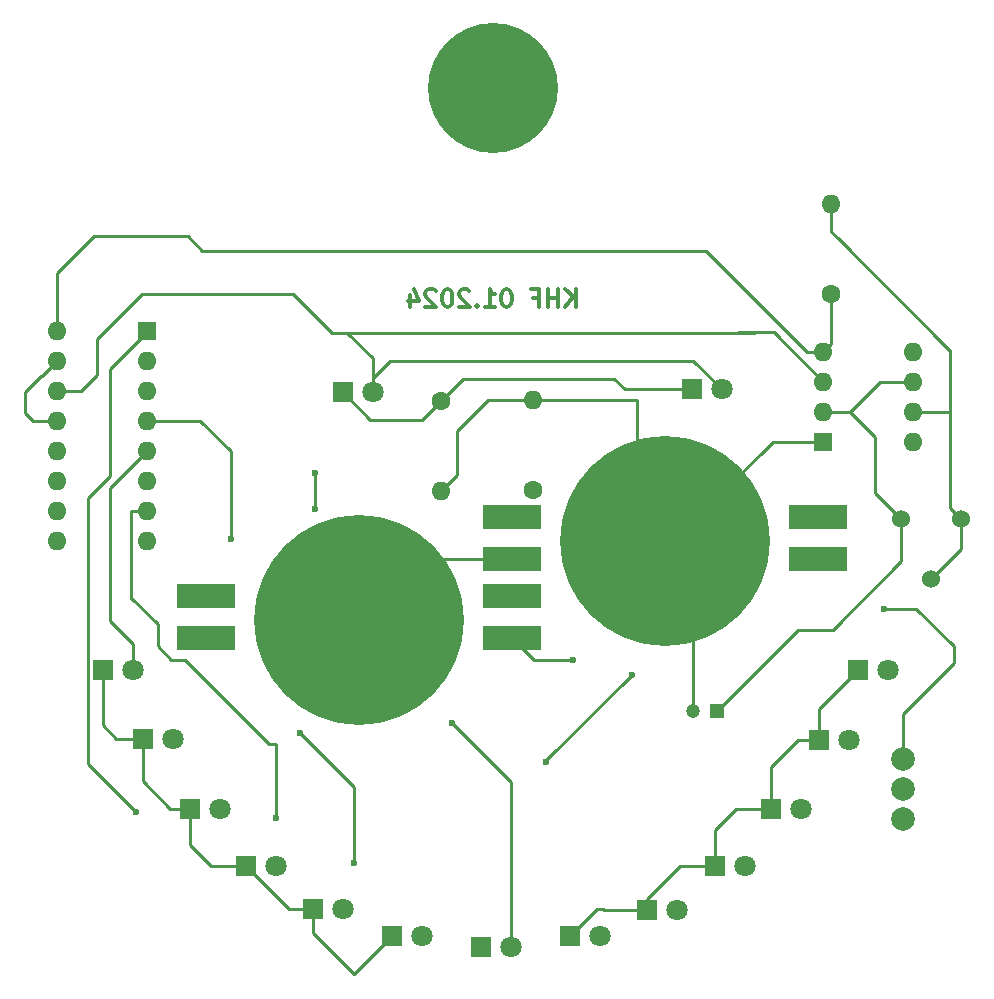
<source format=gbr>
%TF.GenerationSoftware,KiCad,Pcbnew,8.0.1*%
%TF.CreationDate,2024-04-02T10:37:18+02:00*%
%TF.ProjectId,Smiley,536d696c-6579-42e6-9b69-6361645f7063,rev?*%
%TF.SameCoordinates,Original*%
%TF.FileFunction,Copper,L2,Bot*%
%TF.FilePolarity,Positive*%
%FSLAX46Y46*%
G04 Gerber Fmt 4.6, Leading zero omitted, Abs format (unit mm)*
G04 Created by KiCad (PCBNEW 8.0.1) date 2024-04-02 10:37:18*
%MOMM*%
%LPD*%
G01*
G04 APERTURE LIST*
%ADD10C,0.300000*%
%TA.AperFunction,NonConductor*%
%ADD11C,0.300000*%
%TD*%
%TA.AperFunction,ComponentPad*%
%ADD12R,1.800000X1.800000*%
%TD*%
%TA.AperFunction,ComponentPad*%
%ADD13C,1.800000*%
%TD*%
%TA.AperFunction,ComponentPad*%
%ADD14R,1.200000X1.200000*%
%TD*%
%TA.AperFunction,ComponentPad*%
%ADD15C,1.200000*%
%TD*%
%TA.AperFunction,ComponentPad*%
%ADD16C,1.600000*%
%TD*%
%TA.AperFunction,ComponentPad*%
%ADD17O,1.600000X1.600000*%
%TD*%
%TA.AperFunction,ComponentPad*%
%ADD18C,2.000000*%
%TD*%
%TA.AperFunction,ComponentPad*%
%ADD19R,1.600000X1.600000*%
%TD*%
%TA.AperFunction,SMDPad,CuDef*%
%ADD20C,11.000000*%
%TD*%
%TA.AperFunction,ComponentPad*%
%ADD21C,1.524000*%
%TD*%
%TA.AperFunction,SMDPad,CuDef*%
%ADD22R,5.000000X2.000000*%
%TD*%
%TA.AperFunction,SMDPad,CuDef*%
%ADD23C,17.780000*%
%TD*%
%TA.AperFunction,ViaPad*%
%ADD24C,0.600000*%
%TD*%
%TA.AperFunction,Conductor*%
%ADD25C,0.250000*%
%TD*%
G04 APERTURE END LIST*
D10*
D11*
X164865489Y-67916828D02*
X164865489Y-66416828D01*
X164008346Y-67916828D02*
X164651203Y-67059685D01*
X164008346Y-66416828D02*
X164865489Y-67273971D01*
X163365489Y-67916828D02*
X163365489Y-66416828D01*
X163365489Y-67131114D02*
X162508346Y-67131114D01*
X162508346Y-67916828D02*
X162508346Y-66416828D01*
X161294060Y-67131114D02*
X161794060Y-67131114D01*
X161794060Y-67916828D02*
X161794060Y-66416828D01*
X161794060Y-66416828D02*
X161079774Y-66416828D01*
X159079774Y-66416828D02*
X158936917Y-66416828D01*
X158936917Y-66416828D02*
X158794060Y-66488257D01*
X158794060Y-66488257D02*
X158722632Y-66559685D01*
X158722632Y-66559685D02*
X158651203Y-66702542D01*
X158651203Y-66702542D02*
X158579774Y-66988257D01*
X158579774Y-66988257D02*
X158579774Y-67345400D01*
X158579774Y-67345400D02*
X158651203Y-67631114D01*
X158651203Y-67631114D02*
X158722632Y-67773971D01*
X158722632Y-67773971D02*
X158794060Y-67845400D01*
X158794060Y-67845400D02*
X158936917Y-67916828D01*
X158936917Y-67916828D02*
X159079774Y-67916828D01*
X159079774Y-67916828D02*
X159222632Y-67845400D01*
X159222632Y-67845400D02*
X159294060Y-67773971D01*
X159294060Y-67773971D02*
X159365489Y-67631114D01*
X159365489Y-67631114D02*
X159436917Y-67345400D01*
X159436917Y-67345400D02*
X159436917Y-66988257D01*
X159436917Y-66988257D02*
X159365489Y-66702542D01*
X159365489Y-66702542D02*
X159294060Y-66559685D01*
X159294060Y-66559685D02*
X159222632Y-66488257D01*
X159222632Y-66488257D02*
X159079774Y-66416828D01*
X157151203Y-67916828D02*
X158008346Y-67916828D01*
X157579775Y-67916828D02*
X157579775Y-66416828D01*
X157579775Y-66416828D02*
X157722632Y-66631114D01*
X157722632Y-66631114D02*
X157865489Y-66773971D01*
X157865489Y-66773971D02*
X158008346Y-66845400D01*
X156508347Y-67773971D02*
X156436918Y-67845400D01*
X156436918Y-67845400D02*
X156508347Y-67916828D01*
X156508347Y-67916828D02*
X156579775Y-67845400D01*
X156579775Y-67845400D02*
X156508347Y-67773971D01*
X156508347Y-67773971D02*
X156508347Y-67916828D01*
X155865489Y-66559685D02*
X155794061Y-66488257D01*
X155794061Y-66488257D02*
X155651204Y-66416828D01*
X155651204Y-66416828D02*
X155294061Y-66416828D01*
X155294061Y-66416828D02*
X155151204Y-66488257D01*
X155151204Y-66488257D02*
X155079775Y-66559685D01*
X155079775Y-66559685D02*
X155008346Y-66702542D01*
X155008346Y-66702542D02*
X155008346Y-66845400D01*
X155008346Y-66845400D02*
X155079775Y-67059685D01*
X155079775Y-67059685D02*
X155936918Y-67916828D01*
X155936918Y-67916828D02*
X155008346Y-67916828D01*
X154079775Y-66416828D02*
X153936918Y-66416828D01*
X153936918Y-66416828D02*
X153794061Y-66488257D01*
X153794061Y-66488257D02*
X153722633Y-66559685D01*
X153722633Y-66559685D02*
X153651204Y-66702542D01*
X153651204Y-66702542D02*
X153579775Y-66988257D01*
X153579775Y-66988257D02*
X153579775Y-67345400D01*
X153579775Y-67345400D02*
X153651204Y-67631114D01*
X153651204Y-67631114D02*
X153722633Y-67773971D01*
X153722633Y-67773971D02*
X153794061Y-67845400D01*
X153794061Y-67845400D02*
X153936918Y-67916828D01*
X153936918Y-67916828D02*
X154079775Y-67916828D01*
X154079775Y-67916828D02*
X154222633Y-67845400D01*
X154222633Y-67845400D02*
X154294061Y-67773971D01*
X154294061Y-67773971D02*
X154365490Y-67631114D01*
X154365490Y-67631114D02*
X154436918Y-67345400D01*
X154436918Y-67345400D02*
X154436918Y-66988257D01*
X154436918Y-66988257D02*
X154365490Y-66702542D01*
X154365490Y-66702542D02*
X154294061Y-66559685D01*
X154294061Y-66559685D02*
X154222633Y-66488257D01*
X154222633Y-66488257D02*
X154079775Y-66416828D01*
X153008347Y-66559685D02*
X152936919Y-66488257D01*
X152936919Y-66488257D02*
X152794062Y-66416828D01*
X152794062Y-66416828D02*
X152436919Y-66416828D01*
X152436919Y-66416828D02*
X152294062Y-66488257D01*
X152294062Y-66488257D02*
X152222633Y-66559685D01*
X152222633Y-66559685D02*
X152151204Y-66702542D01*
X152151204Y-66702542D02*
X152151204Y-66845400D01*
X152151204Y-66845400D02*
X152222633Y-67059685D01*
X152222633Y-67059685D02*
X153079776Y-67916828D01*
X153079776Y-67916828D02*
X152151204Y-67916828D01*
X150865491Y-66916828D02*
X150865491Y-67916828D01*
X151222633Y-66345400D02*
X151579776Y-67416828D01*
X151579776Y-67416828D02*
X150651205Y-67416828D01*
D12*
%TO.P,D1,1*%
%TO.N,Net-(D2-Pad1)*%
X156858600Y-122139100D03*
D13*
%TO.P,D1,2*%
%TO.N,Net-(D1-Pad2)*%
X159398600Y-122139100D03*
%TD*%
D12*
%TO.P,D2,1*%
%TO.N,Net-(D2-Pad1)*%
X164348600Y-121189100D03*
D13*
%TO.P,D2,2*%
%TO.N,Net-(D2-Pad2)*%
X166888600Y-121189100D03*
%TD*%
D12*
%TO.P,D3,1*%
%TO.N,Net-(D2-Pad1)*%
X170938600Y-118929100D03*
D13*
%TO.P,D3,2*%
%TO.N,Net-(D3-Pad2)*%
X173478600Y-118929100D03*
%TD*%
D12*
%TO.P,D4,1*%
%TO.N,Net-(D2-Pad1)*%
X176668600Y-115279100D03*
D13*
%TO.P,D4,2*%
%TO.N,Net-(D4-Pad2)*%
X179208600Y-115279100D03*
%TD*%
D12*
%TO.P,D5,1*%
%TO.N,Net-(D2-Pad1)*%
X181448600Y-110399100D03*
D13*
%TO.P,D5,2*%
%TO.N,Net-(D5-Pad2)*%
X183988600Y-110399100D03*
%TD*%
D12*
%TO.P,D6,1*%
%TO.N,Net-(D2-Pad1)*%
X185476600Y-104592100D03*
D13*
%TO.P,D6,2*%
%TO.N,Net-(D6-Pad2)*%
X188016600Y-104592100D03*
%TD*%
D12*
%TO.P,D7,1*%
%TO.N,Net-(D2-Pad1)*%
X188758600Y-98623100D03*
D13*
%TO.P,D7,2*%
%TO.N,Net-(D7-Pad2)*%
X191298600Y-98623100D03*
%TD*%
D12*
%TO.P,D8,1*%
%TO.N,Net-(D8-Pad1)*%
X174681600Y-74874100D03*
D13*
%TO.P,D8,2*%
%TO.N,Net-(U2-Pad3)*%
X177221600Y-74874100D03*
%TD*%
D12*
%TO.P,D22,1*%
%TO.N,Net-(D2-Pad1)*%
X149278600Y-121189100D03*
D13*
%TO.P,D22,2*%
%TO.N,Net-(D2-Pad2)*%
X151818600Y-121189100D03*
%TD*%
D12*
%TO.P,D33,1*%
%TO.N,Net-(D2-Pad1)*%
X142638600Y-118889100D03*
D13*
%TO.P,D33,2*%
%TO.N,Net-(D3-Pad2)*%
X145178600Y-118889100D03*
%TD*%
D12*
%TO.P,D44,1*%
%TO.N,Net-(D2-Pad1)*%
X136948600Y-115229100D03*
D13*
%TO.P,D44,2*%
%TO.N,Net-(D4-Pad2)*%
X139488600Y-115229100D03*
%TD*%
D12*
%TO.P,D55,1*%
%TO.N,Net-(D2-Pad1)*%
X132258600Y-110399100D03*
D13*
%TO.P,D55,2*%
%TO.N,Net-(D5-Pad2)*%
X134798600Y-110399100D03*
%TD*%
D12*
%TO.P,D66,1*%
%TO.N,Net-(D2-Pad1)*%
X128198600Y-104489100D03*
D13*
%TO.P,D66,2*%
%TO.N,Net-(D6-Pad2)*%
X130738600Y-104489100D03*
%TD*%
D12*
%TO.P,D77,1*%
%TO.N,Net-(D2-Pad1)*%
X124808600Y-98669100D03*
D13*
%TO.P,D77,2*%
%TO.N,Net-(D7-Pad2)*%
X127348600Y-98669100D03*
%TD*%
D12*
%TO.P,D88,1*%
%TO.N,Net-(D8-Pad1)*%
X145148600Y-75139100D03*
D13*
%TO.P,D88,2*%
%TO.N,Net-(U2-Pad3)*%
X147688600Y-75139100D03*
%TD*%
D14*
%TO.P,C1,1*%
%TO.N,Net-(C1-Pad1)*%
X176820000Y-102110000D03*
D15*
%TO.P,C1,2*%
%TO.N,Net-(C1-Pad2)*%
X174820000Y-102110000D03*
%TD*%
D16*
%TO.P,R1,1*%
%TO.N,Net-(C3-Pad1)*%
X186486800Y-66776600D03*
D17*
%TO.P,R1,2*%
%TO.N,Net-(P1-Pad1)*%
X186486800Y-59156600D03*
%TD*%
D16*
%TO.P,Ra,1*%
%TO.N,Net-(D8-Pad1)*%
X153508600Y-75859100D03*
D17*
%TO.P,Ra,2*%
%TO.N,Net-(C1-Pad2)*%
X153508600Y-83479100D03*
%TD*%
D16*
%TO.P,Rm,1*%
%TO.N,Net-(D2-Pad1)*%
X161219600Y-83446600D03*
D17*
%TO.P,Rm,2*%
%TO.N,Net-(C1-Pad2)*%
X161219600Y-75826600D03*
%TD*%
D18*
%TO.P,S1,1*%
%TO.N,Net-(S1-Pad1)*%
X192588600Y-111299100D03*
%TO.P,S1,2*%
%TO.N,Net-(C3-Pad1)*%
X192588600Y-108759100D03*
%TO.P,S1,3*%
%TO.N,Net-(S1-Pad3)*%
X192588600Y-106219100D03*
%TD*%
D19*
%TO.P,NE555,1*%
%TO.N,Net-(C1-Pad2)*%
X185813700Y-79298800D03*
D17*
%TO.P,NE555,2*%
%TO.N,Net-(C1-Pad1)*%
X185813700Y-76758800D03*
%TO.P,NE555,3*%
%TO.N,Net-(U2-Pad3)*%
X185813700Y-74218800D03*
%TO.P,NE555,4*%
%TO.N,Net-(C3-Pad1)*%
X185813700Y-71678800D03*
%TO.P,NE555,5*%
%TO.N,Net-(C2-Pad1)*%
X193433700Y-71678800D03*
%TO.P,NE555,6*%
%TO.N,Net-(C1-Pad1)*%
X193433700Y-74218800D03*
%TO.P,NE555,7*%
%TO.N,Net-(P1-Pad1)*%
X193433700Y-76758800D03*
%TO.P,NE555,8*%
%TO.N,Net-(C3-Pad1)*%
X193433700Y-79298800D03*
%TD*%
D19*
%TO.P,CD4017,1*%
%TO.N,Net-(D6-Pad2)*%
X128580600Y-69921100D03*
D17*
%TO.P,CD4017,2*%
%TO.N,Net-(D2-Pad2)*%
X128580600Y-72461100D03*
%TO.P,CD4017,3*%
%TO.N,Net-(D1-Pad2)*%
X128580600Y-75001100D03*
%TO.P,CD4017,4*%
%TO.N,Net-(D3-Pad2)*%
X128580600Y-77541100D03*
%TO.P,CD4017,5*%
%TO.N,Net-(D7-Pad2)*%
X128580600Y-80081100D03*
%TO.P,CD4017,6*%
%TO.N,Net-(U3-Pad6)*%
X128580600Y-82621100D03*
%TO.P,CD4017,7*%
%TO.N,Net-(D4-Pad2)*%
X128580600Y-85161100D03*
%TO.P,CD4017,8*%
%TO.N,Net-(C1-Pad2)*%
X128580600Y-87701100D03*
%TO.P,CD4017,9*%
%TO.N,Net-(U3-Pad9)*%
X120960600Y-87701100D03*
%TO.P,CD4017,10*%
%TO.N,Net-(D5-Pad2)*%
X120960600Y-85161100D03*
%TO.P,CD4017,11*%
%TO.N,Net-(U3-Pad11)*%
X120960600Y-82621100D03*
%TO.P,CD4017,12*%
%TO.N,Net-(U3-Pad12)*%
X120960600Y-80081100D03*
%TO.P,CD4017,13*%
%TO.N,Net-(C1-Pad2)*%
X120960600Y-77541100D03*
%TO.P,CD4017,14*%
%TO.N,Net-(U2-Pad3)*%
X120960600Y-75001100D03*
%TO.P,CD4017,15*%
%TO.N,Net-(C1-Pad2)*%
X120960600Y-72461100D03*
%TO.P,CD4017,16*%
%TO.N,Net-(C3-Pad1)*%
X120960600Y-69921100D03*
%TD*%
D20*
%TO.P,LP,1*%
%TO.N,N/C*%
X157878600Y-49379100D03*
%TD*%
D21*
%TO.P,REF\u002A\u002A,1*%
%TO.N,Net-(P1-Pad1)*%
X197497700Y-85864700D03*
%TO.P,REF\u002A\u002A,2*%
%TO.N,Net-(C1-Pad1)*%
X192417700Y-85864700D03*
%TO.P,REF\u002A\u002A,3*%
%TO.N,Net-(P1-Pad1)*%
X194957700Y-90944700D03*
%TD*%
D22*
%TO.P,BAT-HLD-002,1*%
%TO.N,N/C*%
X133546000Y-92338000D03*
X133546000Y-95894000D03*
X159440000Y-92338000D03*
%TO.N,Net-(S1-Pad3)*%
X159440000Y-95894000D03*
D23*
%TO.P,BAT-HLD-002,2*%
%TO.N,Net-(C1-Pad1)*%
X146500000Y-94370000D03*
%TD*%
D22*
%TO.P,BAT-HLD-002,1*%
%TO.N,N/C*%
X159506000Y-85728000D03*
%TO.N,Net-(C1-Pad1)*%
X159506000Y-89284000D03*
%TO.N,N/C*%
X185400000Y-85728000D03*
X185400000Y-89284000D03*
D23*
%TO.P,BAT-HLD-002,2*%
%TO.N,Net-(C1-Pad2)*%
X172460000Y-87760000D03*
%TD*%
D24*
%TO.N,Net-(D1-Pad2)*%
X154390000Y-103100000D03*
X142810000Y-84980000D03*
X142790000Y-81970000D03*
%TO.N,Net-(D3-Pad2)*%
X135690000Y-87550000D03*
X146120000Y-115010000D03*
X141520000Y-103960000D03*
%TO.N,Net-(D4-Pad2)*%
X139530000Y-111170000D03*
%TO.N,Net-(D6-Pad2)*%
X127608600Y-110649100D03*
%TO.N,Net-(D7-Pad2)*%
X169600000Y-99090000D03*
X162400000Y-106460000D03*
%TO.N,Net-(S1-Pad3)*%
X164630000Y-97810000D03*
X190950000Y-93440000D03*
%TD*%
D25*
%TO.N,Net-(C1-Pad1)*%
X190246000Y-83693000D02*
X190246000Y-78879700D01*
X192417700Y-85864700D02*
X190246000Y-83693000D01*
X185813700Y-76758800D02*
X187096400Y-76758800D01*
X146500000Y-93810000D02*
X151026000Y-89284000D01*
X190246000Y-78879700D02*
X188125100Y-76758800D01*
X188125100Y-76758800D02*
X190665100Y-74218800D01*
X151026000Y-89284000D02*
X159506000Y-89284000D01*
X190665100Y-74218800D02*
X193433700Y-74218800D01*
X187096400Y-76758800D02*
X188125100Y-76758800D01*
X183700000Y-95230000D02*
X176820000Y-102110000D01*
X192417700Y-89432300D02*
X186620000Y-95230000D01*
X146500000Y-94370000D02*
X146500000Y-93810000D01*
X186620000Y-95230000D02*
X183700000Y-95230000D01*
X192417700Y-85864700D02*
X192417700Y-89432300D01*
%TO.N,Net-(C1-Pad2)*%
X172460000Y-87760000D02*
X173080000Y-87760000D01*
X118258600Y-75109100D02*
X118258600Y-76849100D01*
X157409600Y-75826600D02*
X161219600Y-75826600D01*
X154848600Y-82139100D02*
X153508600Y-83479100D01*
X170056600Y-85356600D02*
X172460000Y-87760000D01*
X118258600Y-76849100D02*
X118950600Y-77541100D01*
X154848600Y-78387600D02*
X154848600Y-82139100D01*
X119638600Y-73729100D02*
X118258600Y-75109100D01*
X174820000Y-102110000D02*
X174820000Y-90120000D01*
X157409600Y-75826600D02*
X154848600Y-78387600D01*
X118950600Y-77541100D02*
X120960600Y-77541100D01*
X170056600Y-75826600D02*
X170056600Y-85356600D01*
X174820000Y-90120000D02*
X172460000Y-87760000D01*
X173080000Y-87760000D02*
X181541200Y-79298800D01*
X181541200Y-79298800D02*
X185813700Y-79298800D01*
X161219600Y-75826600D02*
X170056600Y-75826600D01*
X120960600Y-72461100D02*
X119692600Y-73729100D01*
X119692600Y-73729100D02*
X119638600Y-73729100D01*
%TO.N,Net-(C3-Pad1)*%
X120960600Y-65017100D02*
X120960600Y-69921100D01*
X185813700Y-71678800D02*
X184448300Y-71678800D01*
X184448300Y-71678800D02*
X181746450Y-68976950D01*
X132045800Y-61929100D02*
X124048600Y-61929100D01*
X132054700Y-61929100D02*
X133270000Y-63144400D01*
X186486800Y-66776600D02*
X186486800Y-71005700D01*
X186486800Y-71005700D02*
X185813700Y-71678800D01*
X132045800Y-61929100D02*
X132054700Y-61929100D01*
X181746450Y-68976950D02*
X176094950Y-63325450D01*
X175913900Y-63144400D02*
X176094950Y-63325450D01*
X133270000Y-63144400D02*
X175913900Y-63144400D01*
X181928600Y-69159100D02*
X181746450Y-68976950D01*
X124048600Y-61929100D02*
X120960600Y-65017100D01*
%TO.N,Net-(D1-Pad2)*%
X159398600Y-122139100D02*
X159398600Y-111728600D01*
X142810000Y-81990000D02*
X142790000Y-81970000D01*
X142810000Y-84980000D02*
X142810000Y-81990000D01*
X159398600Y-111728600D02*
X159398600Y-108108600D01*
X159398600Y-108108600D02*
X154390000Y-103100000D01*
X159398600Y-111728600D02*
X159398600Y-111488600D01*
%TO.N,Net-(D2-Pad1)*%
X176668600Y-115279100D02*
X173668600Y-115279100D01*
X181448600Y-110399100D02*
X178468600Y-110399100D01*
X128198600Y-104489100D02*
X125978600Y-104489100D01*
X167198600Y-118889100D02*
X166648600Y-118889100D01*
X146108600Y-124359100D02*
X149278600Y-121189100D01*
X128198600Y-108059100D02*
X128198600Y-104489100D01*
X170938600Y-118009100D02*
X170938600Y-118929100D01*
X124808600Y-103319100D02*
X124808600Y-98669100D01*
X188758600Y-98623100D02*
X188758600Y-98679100D01*
X183705600Y-104592100D02*
X181448600Y-106849100D01*
X136948600Y-115229100D02*
X134028600Y-115229100D01*
X132258600Y-113459100D02*
X132258600Y-110399100D01*
X142638600Y-120889100D02*
X146108600Y-124359100D01*
X185476600Y-101961100D02*
X185476600Y-104592100D01*
X125978600Y-104489100D02*
X124808600Y-103319100D01*
X178468600Y-110399100D02*
X176668600Y-112199100D01*
X167238600Y-118929100D02*
X167198600Y-118889100D01*
X142638600Y-118889100D02*
X140608600Y-118889100D01*
X140608600Y-118889100D02*
X136948600Y-115229100D01*
X134028600Y-115229100D02*
X132258600Y-113459100D01*
X185476600Y-104592100D02*
X183705600Y-104592100D01*
X181448600Y-106849100D02*
X181448600Y-110399100D01*
X166648600Y-118889100D02*
X164348600Y-121189100D01*
X130538600Y-110399100D02*
X128198600Y-108059100D01*
X170938600Y-118929100D02*
X167238600Y-118929100D01*
X176668600Y-112199100D02*
X176668600Y-115279100D01*
X188758600Y-98679100D02*
X185476600Y-101961100D01*
X132258600Y-110399100D02*
X130538600Y-110399100D01*
X142638600Y-118889100D02*
X142638600Y-120889100D01*
X173668600Y-115279100D02*
X170938600Y-118009100D01*
%TO.N,Net-(D3-Pad2)*%
X146120000Y-115010000D02*
X146120000Y-108560000D01*
X135690000Y-80132200D02*
X133098900Y-77541100D01*
X135690000Y-87550000D02*
X135690000Y-80132200D01*
X133098900Y-77541100D02*
X128580600Y-77541100D01*
X146120000Y-108560000D02*
X141520000Y-103960000D01*
%TO.N,Net-(D4-Pad2)*%
X129470000Y-96640000D02*
X129470000Y-94756800D01*
X130640000Y-97810000D02*
X129470000Y-96640000D01*
X131790000Y-97810000D02*
X130640000Y-97810000D01*
X128580600Y-85161100D02*
X127236600Y-85161100D01*
X127236600Y-92523400D02*
X127236600Y-92656600D01*
X139530000Y-104950000D02*
X139530000Y-111170000D01*
X139530000Y-104950000D02*
X138930000Y-104950000D01*
X129470000Y-94756800D02*
X127236600Y-92523400D01*
X127236600Y-85161100D02*
X127236600Y-92523400D01*
X138930000Y-104950000D02*
X131790000Y-97810000D01*
%TO.N,Net-(D6-Pad2)*%
X123583599Y-106624099D02*
X127608600Y-110649100D01*
X128126600Y-70487510D02*
X125438600Y-73175510D01*
X125438600Y-82239100D02*
X123583599Y-84094101D01*
X125438600Y-73175510D02*
X125438600Y-82239100D01*
X128580600Y-69921100D02*
X128126600Y-69921100D01*
X123583599Y-84094101D02*
X123583599Y-106624099D01*
X128126600Y-69921100D02*
X128126600Y-70487510D01*
%TO.N,Net-(D7-Pad2)*%
X128580600Y-80081100D02*
X125418600Y-83243100D01*
X125418600Y-83243100D02*
X125418600Y-94529100D01*
X169600000Y-99090000D02*
X162400000Y-106290000D01*
X125418600Y-94529100D02*
X127348600Y-96459100D01*
X162400000Y-106290000D02*
X162400000Y-106460000D01*
X127348600Y-96459100D02*
X127348600Y-98669100D01*
%TO.N,Net-(D8-Pad1)*%
X174681600Y-74874100D02*
X169013600Y-74874100D01*
X169013600Y-74874100D02*
X168148600Y-74009100D01*
X148428600Y-77479100D02*
X147488600Y-77479100D01*
X168148600Y-74009100D02*
X155358600Y-74009100D01*
X147488600Y-77479100D02*
X145148600Y-75139100D01*
X153508600Y-75859100D02*
X151888600Y-77479100D01*
X151888600Y-77479100D02*
X148428600Y-77479100D01*
X148428600Y-77479100D02*
X148038600Y-77479100D01*
X155358600Y-74009100D02*
X153508600Y-75859100D01*
%TO.N,Net-(S1-Pad3)*%
X192588600Y-106219100D02*
X192588600Y-102331400D01*
X196880000Y-96630000D02*
X193690000Y-93440000D01*
X193690000Y-93440000D02*
X190950000Y-93440000D01*
X164630000Y-97810000D02*
X161356000Y-97810000D01*
X161356000Y-97810000D02*
X159440000Y-95894000D01*
X196880000Y-98040000D02*
X196880000Y-96630000D01*
X192588600Y-102331400D02*
X196880000Y-98040000D01*
%TO.N,Net-(U2-Pad3)*%
X181660800Y-70065900D02*
X178600100Y-70065900D01*
X174816600Y-72469100D02*
X151428600Y-72469100D01*
X147688600Y-75139100D02*
X147688600Y-72264300D01*
X144238600Y-70079100D02*
X140958600Y-66799100D01*
X178600100Y-70065900D02*
X178586900Y-70079100D01*
X149158600Y-72469100D02*
X147688600Y-73939100D01*
X128168600Y-66799100D02*
X124338600Y-70629100D01*
X185813700Y-74218800D02*
X181660800Y-70065900D01*
X145503400Y-70079100D02*
X144238600Y-70079100D01*
X147688600Y-72264300D02*
X145503400Y-70079100D01*
X179488600Y-70079100D02*
X178586900Y-70079100D01*
X178586900Y-70079100D02*
X145503400Y-70079100D01*
X124338600Y-70629100D02*
X124338600Y-73639100D01*
X124338600Y-73639100D02*
X122976600Y-75001100D01*
X151428600Y-72469100D02*
X149158600Y-72469100D01*
X177221600Y-74874100D02*
X174816600Y-72469100D01*
X180046600Y-70079100D02*
X179488600Y-70079100D01*
X140958600Y-66799100D02*
X128168600Y-66799100D01*
X122976600Y-75001100D02*
X120960600Y-75001100D01*
X151428600Y-72469100D02*
X150678600Y-72469100D01*
X147688600Y-73939100D02*
X147688600Y-75139100D01*
%TO.N,Net-(P1-Pad1)*%
X196537600Y-78938100D02*
X196537600Y-76840100D01*
X197497700Y-85864700D02*
X197497700Y-88404700D01*
X196385600Y-71432100D02*
X196508600Y-71555100D01*
X196537600Y-78938100D02*
X196537600Y-84904600D01*
X196456300Y-76758800D02*
X196537600Y-76840100D01*
X193433700Y-76758800D02*
X196456300Y-76758800D01*
X197497700Y-88404700D02*
X194957700Y-90944700D01*
X187038350Y-62084850D02*
X196385600Y-71432100D01*
X196537600Y-84904600D02*
X197497700Y-85864700D01*
X186486800Y-59156600D02*
X186486800Y-61533300D01*
X196537600Y-76840100D02*
X196537600Y-71584100D01*
X186486800Y-61533300D02*
X187038350Y-62084850D01*
X196537600Y-71584100D02*
X196385600Y-71432100D01*
X186492600Y-61539100D02*
X187038350Y-62084850D01*
%TD*%
M02*

</source>
